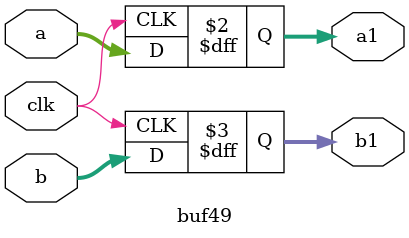
<source format=v>
`timescale 1ns / 1ps
module buf49(
    input [8:0] a,
    input [8:0] b,
    input clk,
    output reg [8:0] a1,
    output reg [8:0] b1
    );

always @(posedge clk) begin
a1<=a;
b1<=b;
end

endmodule

</source>
